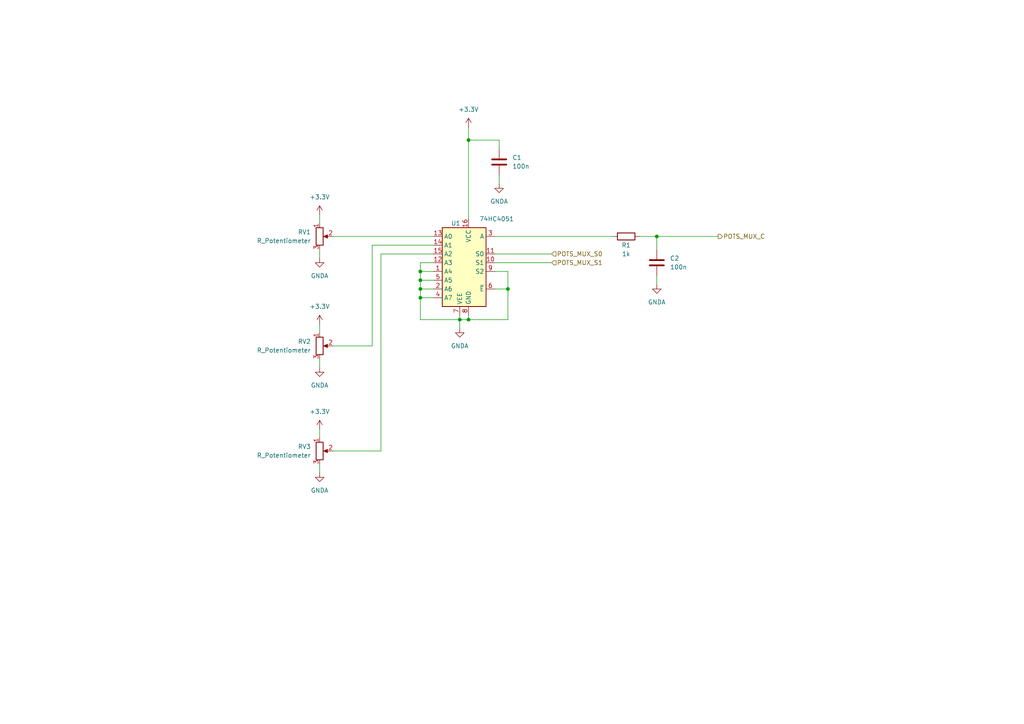
<source format=kicad_sch>
(kicad_sch (version 20250114) (generator "eeschema") (generator_version "9.0")
  (paper "A4")
  (lib_symbols
    (symbol "74xx:74HC4051"
      (property "Reference" "U" (at -5.08 11.43 0))
      (property "Value" "74HC4051" (at -7.62 -13.97 0))
      (symbol "74HC4051_0_1"
        (rectangle (start -5.08 10.16) (end 7.62 -12.7) (stroke (width 0.254)) (fill (type background)))
      )
      (symbol "74HC4051_1_1"
        (pin passive line (at -7.62 7.62 0) (length 2.54) (name "A") (number "3"))
        (pin input line (at -7.62 2.54 0) (length 2.54) (name "S0") (number "11"))
        (pin input line (at -7.62 0 0) (length 2.54) (name "S1") (number "10"))
        (pin input line (at -7.62 -2.54 0) (length 2.54) (name "S2") (number "9"))
        (pin input line (at -7.62 -7.62 0) (length 2.54) (name "~{E}") (number "6"))
        (pin power_in line (at 0 12.7 270) (length 2.54) (name "VCC") (number "16"))
        (pin power_in line (at 0 -15.24 90) (length 2.54) (name "GND") (number "8"))
        (pin power_in line (at 2.54 -15.24 90) (length 2.54) (name "VEE") (number "7"))
        (pin passive line (at 10.16 7.62 180) (length 2.54) (name "A0") (number "13"))
        (pin passive line (at 10.16 5.08 180) (length 2.54) (name "A1") (number "14"))
        (pin passive line (at 10.16 2.54 180) (length 2.54) (name "A2") (number "15"))
        (pin passive line (at 10.16 0 180) (length 2.54) (name "A3") (number "12"))
        (pin passive line (at 10.16 -2.54 180) (length 2.54) (name "A4") (number "1"))
        (pin passive line (at 10.16 -5.08 180) (length 2.54) (name "A5") (number "5"))
        (pin passive line (at 10.16 -7.62 180) (length 2.54) (name "A6") (number "2"))
        (pin passive line (at 10.16 -10.16 180) (length 2.54) (name "A7") (number "4"))
      )
    )
    (symbol "Device:C" (pin_numbers (hide yes)) (pin_names (offset 0.254))
      (property "Reference" "C" (at 0.635 2.54 0))
      (property "Value" "C" (at 0.635 -2.54 0))
      (symbol "C_0_1"
        (polyline (pts (xy -2.032 0.762) (xy 2.032 0.762)) (stroke (width 0.508)))
        (polyline (pts (xy -2.032 -0.762) (xy 2.032 -0.762)) (stroke (width 0.508)))
      )
      (symbol "C_1_1"
        (pin passive line (at 0 3.81 270) (length 2.794) (name "~") (number "1"))
        (pin passive line (at 0 -3.81 90) (length 2.794) (name "~") (number "2"))
      )
    )
    (symbol "Device:R" (pin_numbers (hide yes)) (pin_names (offset 0))
      (property "Reference" "R" (at 2.032 0 90))
      (property "Value" "R" (at 0 0 90))
      (symbol "R_0_1"
        (rectangle (start -1.016 -2.54) (end 1.016 2.54) (stroke (width 0.254)))
      )
      (symbol "R_1_1"
        (pin passive line (at 0 3.81 270) (length 1.27) (name "~") (number "1"))
        (pin passive line (at 0 -3.81 90) (length 1.27) (name "~") (number "2"))
      )
    )
    (symbol "Device:R_Potentiometer" (pin_names (offset 1.016) (hide yes))
      (property "Reference" "RV" (at -4.445 0 90))
      (property "Value" "R_Potentiometer" (at -2.54 0 90))
      (symbol "R_Potentiometer_0_1"
        (rectangle (start 1.016 2.54) (end -1.016 -2.54) (stroke (width 0.254)))
        (polyline (pts (xy 1.143 0) (xy 2.286 0.508) (xy 2.286 -0.508) (xy 1.143 0)) (fill (type outline)))
        (polyline (pts (xy 2.54 0) (xy 1.524 0)))
      )
      (symbol "R_Potentiometer_1_1"
        (pin passive line (at 0 3.81 270) (length 1.27) (name "1") (number "1"))
        (pin passive line (at 0 -3.81 90) (length 1.27) (name "3") (number "3"))
        (pin passive line (at 3.81 0 180) (length 1.27) (name "2") (number "2"))
      )
    )
    (symbol "power:+3.3V" (power) (pin_numbers (hide yes)) (pin_names (offset 0) (hide yes))
      (property "Value" "+3.3V" (at 0 3.556 0))
      (symbol "+3.3V_0_1"
        (polyline (pts (xy -0.762 1.27) (xy 0 2.54)))
        (polyline (pts (xy 0 2.54) (xy 0.762 1.27)))
        (polyline (pts (xy 0 0) (xy 0 2.54)))
      )
      (symbol "+3.3V_1_1"
        (pin power_in line (at 0 0 90) (length 0) (name "~") (number "1"))
      )
    )
    (symbol "power:GNDA" (power) (pin_numbers (hide yes)) (pin_names (offset 0) (hide yes))
      (property "Value" "GNDA" (at 0 -3.81 0))
      (symbol "GNDA_0_1"
        (polyline (pts (xy 0 0) (xy 0 -1.27) (xy 1.27 -1.27) (xy 0 -2.54) (xy -1.27 -1.27) (xy 0 -1.27)))
      )
      (symbol "GNDA_1_1"
        (pin power_in line (at 0 0 270) (length 0) (name "~") (number "1"))
      )
    )
  )
  (junction (at 133.35 92.71))
  (junction (at 135.89 92.71))
  (junction (at 147.32 83.82))
  (junction (at 121.92 78.74))
  (junction (at 190.5 68.58))
  (junction (at 121.92 83.82))
  (junction (at 121.92 86.36))
  (junction (at 135.89 40.64))
  (junction (at 121.92 81.28))
  (wire (pts (xy 107.95 71.12) (xy 125.73 71.12)))
  (wire (pts (xy 121.92 86.36) (xy 121.92 92.71)))
  (wire (pts (xy 190.5 68.58) (xy 190.5 72.39)))
  (wire (pts (xy 96.52 100.33) (xy 107.95 100.33)))
  (wire (pts (xy 143.51 68.58) (xy 177.8 68.58)))
  (wire (pts (xy 135.89 36.83) (xy 135.89 40.64)))
  (wire (pts (xy 92.71 72.39) (xy 92.71 74.93)))
  (wire (pts (xy 107.95 100.33) (xy 107.95 71.12)))
  (wire (pts (xy 121.92 83.82) (xy 121.92 86.36)))
  (wire (pts (xy 110.49 130.81) (xy 96.52 130.81)))
  (wire (pts (xy 96.52 68.58) (xy 125.73 68.58)))
  (wire (pts (xy 143.51 78.74) (xy 147.32 78.74)))
  (wire (pts (xy 121.92 76.2) (xy 121.92 78.74)))
  (wire (pts (xy 190.5 82.55) (xy 190.5 80.01)))
  (wire (pts (xy 92.71 124.46) (xy 92.71 127)))
  (wire (pts (xy 121.92 81.28) (xy 121.92 83.82)))
  (wire (pts (xy 135.89 92.71) (xy 133.35 92.71)))
  (wire (pts (xy 135.89 91.44) (xy 135.89 92.71)))
  (wire (pts (xy 125.73 76.2) (xy 121.92 76.2)))
  (wire (pts (xy 121.92 92.71) (xy 133.35 92.71)))
  (wire (pts (xy 144.78 53.34) (xy 144.78 50.8)))
  (wire (pts (xy 143.51 83.82) (xy 147.32 83.82)))
  (wire (pts (xy 135.89 40.64) (xy 135.89 63.5)))
  (wire (pts (xy 92.71 134.62) (xy 92.71 137.16)))
  (wire (pts (xy 144.78 40.64) (xy 135.89 40.64)))
  (wire (pts (xy 121.92 83.82) (xy 125.73 83.82)))
  (wire (pts (xy 110.49 73.66) (xy 110.49 130.81)))
  (wire (pts (xy 147.32 92.71) (xy 135.89 92.71)))
  (wire (pts (xy 92.71 104.14) (xy 92.71 106.68)))
  (wire (pts (xy 147.32 83.82) (xy 147.32 92.71)))
  (wire (pts (xy 143.51 73.66) (xy 160.02 73.66)))
  (wire (pts (xy 143.51 76.2) (xy 160.02 76.2)))
  (wire (pts (xy 190.5 68.58) (xy 208.28 68.58)))
  (wire (pts (xy 92.71 93.98) (xy 92.71 96.52)))
  (wire (pts (xy 121.92 86.36) (xy 125.73 86.36)))
  (wire (pts (xy 121.92 78.74) (xy 121.92 81.28)))
  (wire (pts (xy 125.73 73.66) (xy 110.49 73.66)))
  (wire (pts (xy 92.71 62.23) (xy 92.71 64.77)))
  (wire (pts (xy 133.35 92.71) (xy 133.35 91.44)))
  (wire (pts (xy 133.35 95.25) (xy 133.35 92.71)))
  (wire (pts (xy 144.78 43.18) (xy 144.78 40.64)))
  (wire (pts (xy 125.73 78.74) (xy 121.92 78.74)))
  (wire (pts (xy 185.42 68.58) (xy 190.5 68.58)))
  (wire (pts (xy 121.92 81.28) (xy 125.73 81.28)))
  (wire (pts (xy 147.32 78.74) (xy 147.32 83.82)))
  (hierarchical_label "POTS_MUX_S0" (shape input) (at 160.02 73.66 0))
  (hierarchical_label "POTS_MUX_C" (shape output) (at 208.28 68.58 0))
  (hierarchical_label "POTS_MUX_S1" (shape input) (at 160.02 76.2 0))
  (symbol (lib_id "Device:C") (at 144.78 46.99 0) (unit 1)
    (property "Reference" "C1" (at 148.59 45.72 0) (effects (justify left)))
    (property "Value" "100n" (at 148.59 48.26 0) (effects (justify left)))
    (property "Footprint" "Capacitor_SMD:C_0603_1608Metric" (effects (hide yes)))
    (property "LCSC" "C14663" (effects (hide yes)))
    (property "Vendor" "JLCPCB" (effects (hide yes)))
  )
  (symbol (lib_id "power:GNDA") (at 92.71 137.16 0) (unit 1)
    (property "Reference" "#PWR036" (effects (hide yes)))
    (property "Value" "GNDA" (at 92.71 142.24 0))
    (property "Description" "Power symbol creates a global label with name \"GNDA\" , analog ground" (effects (hide yes)))
  )
  (symbol (lib_id "Device:R") (at 181.61 68.58 90) (unit 1)
    (property "Reference" "R1" (at 181.61 71.12 90))
    (property "Value" "1k" (at 181.61 73.66 90))
    (property "Footprint" "Resistor_SMD:R_0603_1608Metric" (effects (hide yes)))
    (property "Vendor" "JLCPCB" (effects (hide yes)))
  )
  (symbol (lib_id "power:GNDA") (at 92.71 106.68 0) (unit 1)
    (property "Reference" "#PWR035" (effects (hide yes)))
    (property "Value" "GNDA" (at 92.71 111.76 0))
    (property "Description" "Power symbol creates a global label with name \"GNDA\" , analog ground" (effects (hide yes)))
  )
  (symbol (lib_id "Device:R_Potentiometer") (at 92.71 130.81 0) (unit 1)
    (property "Reference" "RV3" (at 90.17 129.5399 0) (effects (justify right)))
    (property "Value" "R_Potentiometer" (at 90.17 132.0799 0) (effects (justify right)))
    (property "Description" "Potentiometer" (effects (hide yes)))
  )
  (symbol (lib_id "Device:R_Potentiometer") (at 92.71 68.58 0) (unit 1)
    (property "Reference" "RV1" (at 90.17 67.3099 0) (effects (justify right)))
    (property "Value" "R_Potentiometer" (at 90.17 69.8499 0) (effects (justify right)))
    (property "Description" "Potentiometer" (effects (hide yes)))
  )
  (symbol (lib_id "power:+3.3V") (at 92.71 62.23 0) (unit 1)
    (property "Reference" "#PWR01" (effects (hide yes)))
    (property "Value" "+3.3V" (at 92.71 57.15 0))
    (property "Description" "Power symbol creates a global label with name \"+3.3V\"" (effects (hide yes)))
  )
  (symbol (lib_id "74xx:74HC4051") (at 135.89 76.2 0) (mirror y) (unit 1)
    (property "Reference" "U1" (at 130.81 64.77 0) (effects (justify right)))
    (property "Value" "74HC4051" (at 139.0081 63.5 0) (effects (justify right)))
    (property "Datasheet" "http://www.ti.com/lit/ds/symlink/cd74hc4051.pdf" (effects (hide yes)))
    (property "Description" "8-channel analog multiplexer/demultiplexer, DIP-16/SOIC-16/TSSOP-16" (effects (hide yes)))
  )
  (symbol (lib_id "power:GNDA") (at 144.78 53.34 0) (unit 1)
    (property "Reference" "#PWR02" (effects (hide yes)))
    (property "Value" "GNDA" (at 144.78 58.42 0))
    (property "Description" "Power symbol creates a global label with name \"GNDA\" , analog ground" (effects (hide yes)))
  )
  (symbol (lib_id "power:GNDA") (at 133.35 95.25 0) (unit 1)
    (property "Reference" "#PWR032" (effects (hide yes)))
    (property "Value" "GNDA" (at 133.35 100.33 0))
    (property "Description" "Power symbol creates a global label with name \"GNDA\" , analog ground" (effects (hide yes)))
  )
  (symbol (lib_id "power:+3.3V") (at 92.71 93.98 0) (unit 1)
    (property "Reference" "#PWR03" (effects (hide yes)))
    (property "Value" "+3.3V" (at 92.71 88.9 0))
    (property "Description" "Power symbol creates a global label with name \"+3.3V\"" (effects (hide yes)))
  )
  (symbol (lib_id "Device:R_Potentiometer") (at 92.71 100.33 0) (unit 1)
    (property "Reference" "RV2" (at 90.17 99.0599 0) (effects (justify right)))
    (property "Value" "R_Potentiometer" (at 90.17 101.5999 0) (effects (justify right)))
    (property "Description" "Potentiometer" (effects (hide yes)))
  )
  (symbol (lib_id "Device:C") (at 190.5 76.2 0) (unit 1)
    (property "Reference" "C2" (at 194.31 74.93 0) (effects (justify left)))
    (property "Value" "100n" (at 194.31 77.47 0) (effects (justify left)))
    (property "Footprint" "Capacitor_SMD:C_0603_1608Metric" (effects (hide yes)))
    (property "LCSC" "C14663" (effects (hide yes)))
    (property "Vendor" "JLCPCB" (effects (hide yes)))
  )
  (symbol (lib_id "power:+3.3V") (at 135.89 36.83 0) (unit 1)
    (property "Reference" "#PWR034" (effects (hide yes)))
    (property "Value" "+3.3V" (at 135.89 31.75 0))
    (property "Description" "Power symbol creates a global label with name \"+3.3V\"" (effects (hide yes)))
  )
  (symbol (lib_id "power:GNDA") (at 92.71 74.93 0) (unit 1)
    (property "Reference" "#PWR033" (effects (hide yes)))
    (property "Value" "GNDA" (at 92.71 80.01 0))
    (property "Description" "Power symbol creates a global label with name \"GNDA\" , analog ground" (effects (hide yes)))
  )
  (symbol (lib_id "power:+3.3V") (at 92.71 124.46 0) (unit 1)
    (property "Reference" "#PWR031" (effects (hide yes)))
    (property "Value" "+3.3V" (at 92.71 119.38 0))
    (property "Description" "Power symbol creates a global label with name \"+3.3V\"" (effects (hide yes)))
  )
  (symbol (lib_id "power:GNDA") (at 190.5 82.55 0) (unit 1)
    (property "Reference" "#PWR030" (effects (hide yes)))
    (property "Value" "GNDA" (at 190.5 87.63 0))
    (property "Description" "Power symbol creates a global label with name \"GNDA\" , analog ground" (effects (hide yes)))
  )
)
</source>
